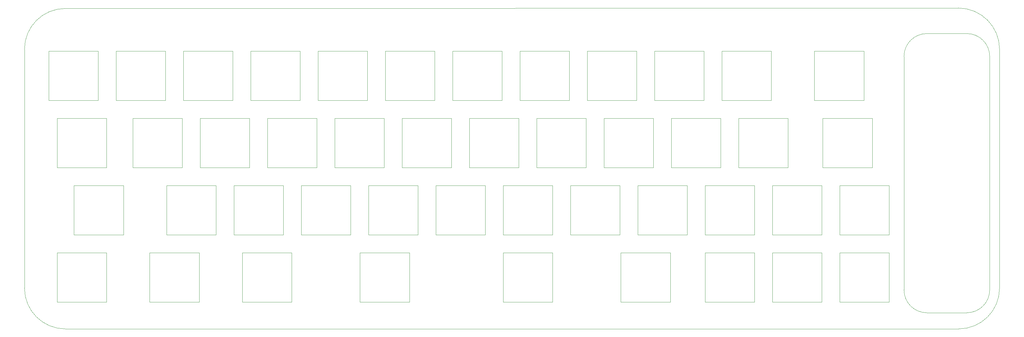
<source format=gm1>
G04 #@! TF.GenerationSoftware,KiCad,Pcbnew,(5.1.5)-3*
G04 #@! TF.CreationDate,2021-12-21T22:31:01-06:00*
G04 #@! TF.ProjectId,cuarenta,63756172-656e-4746-912e-6b696361645f,rev?*
G04 #@! TF.SameCoordinates,Original*
G04 #@! TF.FileFunction,Profile,NP*
%FSLAX46Y46*%
G04 Gerber Fmt 4.6, Leading zero omitted, Abs format (unit mm)*
G04 Created by KiCad (PCBNEW (5.1.5)-3) date 2021-12-21 22:31:01*
%MOMM*%
%LPD*%
G04 APERTURE LIST*
%ADD10C,0.050000*%
%ADD11C,0.120000*%
G04 APERTURE END LIST*
D10*
X293116000Y-25781000D02*
X281813000Y-25781000D01*
X293116000Y-25781000D02*
G75*
G02X299593000Y-32258000I0J-6477000D01*
G01*
X275336000Y-32258000D02*
G75*
G02X281813000Y-25781000I6477000J0D01*
G01*
X275336000Y-98425000D02*
X275336000Y-32258000D01*
X299593000Y-98425000D02*
X299593000Y-32258000D01*
X293116000Y-104902000D02*
X281813000Y-104902000D01*
X281813000Y-104902000D02*
G75*
G02X275336000Y-98425000I0J6477000D01*
G01*
X299593000Y-98425000D02*
G75*
G02X293116000Y-104902000I-6477000J0D01*
G01*
X290703000Y-18542000D02*
G75*
G02X302387000Y-30226000I0J-11684000D01*
G01*
X302387000Y-97917000D02*
G75*
G02X290830000Y-109474000I-11557000J0D01*
G01*
X37973000Y-109474000D02*
G75*
G02X26416000Y-97917000I0J11557000D01*
G01*
X26416000Y-30226000D02*
G75*
G02X37973000Y-18669000I11557000J0D01*
G01*
X26416000Y-97917000D02*
X26416000Y-30226000D01*
X302387000Y-97917000D02*
X302387000Y-30226000D01*
X290703000Y-18542000D02*
X37973000Y-18669000D01*
X290830000Y-109474000D02*
X37973000Y-109474000D01*
X71373990Y-44723310D02*
X85373990Y-44723310D01*
X71373990Y-30723310D02*
X71373990Y-44723310D01*
X85373990Y-30723310D02*
X71373990Y-30723310D01*
X85373990Y-44723310D02*
X85373990Y-30723310D01*
X52323990Y-44723310D02*
X66323990Y-44723310D01*
X52323990Y-30723310D02*
X52323990Y-44723310D01*
X66323990Y-30723310D02*
X52323990Y-30723310D01*
X66323990Y-44723310D02*
X66323990Y-30723310D01*
X33273990Y-44723310D02*
X47273990Y-44723310D01*
X33273990Y-30723310D02*
X33273990Y-44723310D01*
X47273990Y-30723310D02*
X33273990Y-30723310D01*
X47273990Y-44723310D02*
X47273990Y-30723310D01*
D11*
X71359000Y-44719000D02*
X71359000Y-30719000D01*
X71359000Y-30719000D02*
X85359000Y-30719000D01*
X85359000Y-30719000D02*
X85359000Y-44719000D01*
X85359000Y-44719000D02*
X71359000Y-44719000D01*
X52309000Y-44719000D02*
X52309000Y-30719000D01*
X52309000Y-30719000D02*
X66309000Y-30719000D01*
X66309000Y-30719000D02*
X66309000Y-44719000D01*
X66309000Y-44719000D02*
X52309000Y-44719000D01*
X33259000Y-44719000D02*
X33259000Y-30719000D01*
X33259000Y-30719000D02*
X47259000Y-30719000D01*
X47259000Y-30719000D02*
X47259000Y-44719000D01*
X47259000Y-44719000D02*
X33259000Y-44719000D01*
X35655000Y-101877000D02*
X35655000Y-87877000D01*
X35655000Y-87877000D02*
X49655000Y-87877000D01*
X49655000Y-87877000D02*
X49655000Y-101877000D01*
X49655000Y-101877000D02*
X35655000Y-101877000D01*
X61848750Y-101877000D02*
X61848750Y-87877000D01*
X61848750Y-87877000D02*
X75848750Y-87877000D01*
X75848750Y-87877000D02*
X75848750Y-101877000D01*
X75848750Y-101877000D02*
X61848750Y-101877000D01*
X88042500Y-101877000D02*
X88042500Y-87877000D01*
X88042500Y-87877000D02*
X102042500Y-87877000D01*
X102042500Y-87877000D02*
X102042500Y-101877000D01*
X102042500Y-101877000D02*
X88042500Y-101877000D01*
X121380000Y-101877000D02*
X121380000Y-87877000D01*
X121380000Y-87877000D02*
X135380000Y-87877000D01*
X135380000Y-87877000D02*
X135380000Y-101877000D01*
X135380000Y-101877000D02*
X121380000Y-101877000D01*
X161861250Y-101877000D02*
X161861250Y-87877000D01*
X161861250Y-87877000D02*
X175861250Y-87877000D01*
X175861250Y-87877000D02*
X175861250Y-101877000D01*
X175861250Y-101877000D02*
X161861250Y-101877000D01*
X195198750Y-101877000D02*
X195198750Y-87877000D01*
X195198750Y-87877000D02*
X209198750Y-87877000D01*
X209198750Y-87877000D02*
X209198750Y-101877000D01*
X209198750Y-101877000D02*
X195198750Y-101877000D01*
X219011250Y-101877000D02*
X219011250Y-87877000D01*
X219011250Y-87877000D02*
X233011250Y-87877000D01*
X233011250Y-87877000D02*
X233011250Y-101877000D01*
X233011250Y-101877000D02*
X219011250Y-101877000D01*
X238061250Y-101877000D02*
X238061250Y-87877000D01*
X238061250Y-87877000D02*
X252061250Y-87877000D01*
X252061250Y-87877000D02*
X252061250Y-101877000D01*
X252061250Y-101877000D02*
X238061250Y-101877000D01*
X257111250Y-101877000D02*
X257111250Y-87877000D01*
X257111250Y-87877000D02*
X271111250Y-87877000D01*
X271111250Y-87877000D02*
X271111250Y-101877000D01*
X271111250Y-101877000D02*
X257111250Y-101877000D01*
X257111250Y-82827000D02*
X257111250Y-68827000D01*
X257111250Y-68827000D02*
X271111250Y-68827000D01*
X271111250Y-68827000D02*
X271111250Y-82827000D01*
X271111250Y-82827000D02*
X257111250Y-82827000D01*
X238061250Y-82827000D02*
X238061250Y-68827000D01*
X238061250Y-68827000D02*
X252061250Y-68827000D01*
X252061250Y-68827000D02*
X252061250Y-82827000D01*
X252061250Y-82827000D02*
X238061250Y-82827000D01*
X219011250Y-82827000D02*
X219011250Y-68827000D01*
X219011250Y-68827000D02*
X233011250Y-68827000D01*
X233011250Y-68827000D02*
X233011250Y-82827000D01*
X233011250Y-82827000D02*
X219011250Y-82827000D01*
X199961250Y-82827000D02*
X199961250Y-68827000D01*
X199961250Y-68827000D02*
X213961250Y-68827000D01*
X213961250Y-68827000D02*
X213961250Y-82827000D01*
X213961250Y-82827000D02*
X199961250Y-82827000D01*
X180911250Y-82827000D02*
X180911250Y-68827000D01*
X180911250Y-68827000D02*
X194911250Y-68827000D01*
X194911250Y-68827000D02*
X194911250Y-82827000D01*
X194911250Y-82827000D02*
X180911250Y-82827000D01*
X161861250Y-82827000D02*
X161861250Y-68827000D01*
X161861250Y-68827000D02*
X175861250Y-68827000D01*
X175861250Y-68827000D02*
X175861250Y-82827000D01*
X175861250Y-82827000D02*
X161861250Y-82827000D01*
X142811250Y-82827000D02*
X142811250Y-68827000D01*
X142811250Y-68827000D02*
X156811250Y-68827000D01*
X156811250Y-68827000D02*
X156811250Y-82827000D01*
X156811250Y-82827000D02*
X142811250Y-82827000D01*
X123761250Y-82827000D02*
X123761250Y-68827000D01*
X123761250Y-68827000D02*
X137761250Y-68827000D01*
X137761250Y-68827000D02*
X137761250Y-82827000D01*
X137761250Y-82827000D02*
X123761250Y-82827000D01*
X104711250Y-82827000D02*
X104711250Y-68827000D01*
X104711250Y-68827000D02*
X118711250Y-68827000D01*
X118711250Y-68827000D02*
X118711250Y-82827000D01*
X118711250Y-82827000D02*
X104711250Y-82827000D01*
X85661250Y-82827000D02*
X85661250Y-68827000D01*
X85661250Y-68827000D02*
X99661250Y-68827000D01*
X99661250Y-68827000D02*
X99661250Y-82827000D01*
X99661250Y-82827000D02*
X85661250Y-82827000D01*
X66611250Y-82827000D02*
X66611250Y-68827000D01*
X66611250Y-68827000D02*
X80611250Y-68827000D01*
X80611250Y-68827000D02*
X80611250Y-82827000D01*
X80611250Y-82827000D02*
X66611250Y-82827000D01*
X40417500Y-82827000D02*
X40417500Y-68827000D01*
X40417500Y-68827000D02*
X54417500Y-68827000D01*
X54417500Y-68827000D02*
X54417500Y-82827000D01*
X54417500Y-82827000D02*
X40417500Y-82827000D01*
X35655000Y-63777000D02*
X35655000Y-49777000D01*
X35655000Y-49777000D02*
X49655000Y-49777000D01*
X49655000Y-49777000D02*
X49655000Y-63777000D01*
X49655000Y-63777000D02*
X35655000Y-63777000D01*
X57086250Y-63777000D02*
X57086250Y-49777000D01*
X57086250Y-49777000D02*
X71086250Y-49777000D01*
X71086250Y-49777000D02*
X71086250Y-63777000D01*
X71086250Y-63777000D02*
X57086250Y-63777000D01*
X76136250Y-63777000D02*
X76136250Y-49777000D01*
X76136250Y-49777000D02*
X90136250Y-49777000D01*
X90136250Y-49777000D02*
X90136250Y-63777000D01*
X90136250Y-63777000D02*
X76136250Y-63777000D01*
X95186250Y-63777000D02*
X95186250Y-49777000D01*
X95186250Y-49777000D02*
X109186250Y-49777000D01*
X109186250Y-49777000D02*
X109186250Y-63777000D01*
X109186250Y-63777000D02*
X95186250Y-63777000D01*
X114236250Y-63777000D02*
X114236250Y-49777000D01*
X114236250Y-49777000D02*
X128236250Y-49777000D01*
X128236250Y-49777000D02*
X128236250Y-63777000D01*
X128236250Y-63777000D02*
X114236250Y-63777000D01*
X133286250Y-63777000D02*
X133286250Y-49777000D01*
X133286250Y-49777000D02*
X147286250Y-49777000D01*
X147286250Y-49777000D02*
X147286250Y-63777000D01*
X147286250Y-63777000D02*
X133286250Y-63777000D01*
X152336250Y-63777000D02*
X152336250Y-49777000D01*
X152336250Y-49777000D02*
X166336250Y-49777000D01*
X166336250Y-49777000D02*
X166336250Y-63777000D01*
X166336250Y-63777000D02*
X152336250Y-63777000D01*
X171386250Y-63777000D02*
X171386250Y-49777000D01*
X171386250Y-49777000D02*
X185386250Y-49777000D01*
X185386250Y-49777000D02*
X185386250Y-63777000D01*
X185386250Y-63777000D02*
X171386250Y-63777000D01*
X190436250Y-63777000D02*
X190436250Y-49777000D01*
X190436250Y-49777000D02*
X204436250Y-49777000D01*
X204436250Y-49777000D02*
X204436250Y-63777000D01*
X204436250Y-63777000D02*
X190436250Y-63777000D01*
X209486250Y-63777000D02*
X209486250Y-49777000D01*
X209486250Y-49777000D02*
X223486250Y-49777000D01*
X223486250Y-49777000D02*
X223486250Y-63777000D01*
X223486250Y-63777000D02*
X209486250Y-63777000D01*
X228536250Y-63777000D02*
X228536250Y-49777000D01*
X228536250Y-49777000D02*
X242536250Y-49777000D01*
X242536250Y-49777000D02*
X242536250Y-63777000D01*
X242536250Y-63777000D02*
X228536250Y-63777000D01*
X252348750Y-63777000D02*
X252348750Y-49777000D01*
X252348750Y-49777000D02*
X266348750Y-49777000D01*
X266348750Y-49777000D02*
X266348750Y-63777000D01*
X266348750Y-63777000D02*
X252348750Y-63777000D01*
X249967500Y-44727000D02*
X249967500Y-30727000D01*
X249967500Y-30727000D02*
X263967500Y-30727000D01*
X263967500Y-30727000D02*
X263967500Y-44727000D01*
X263967500Y-44727000D02*
X249967500Y-44727000D01*
X223773750Y-44727000D02*
X223773750Y-30727000D01*
X223773750Y-30727000D02*
X237773750Y-30727000D01*
X237773750Y-30727000D02*
X237773750Y-44727000D01*
X237773750Y-44727000D02*
X223773750Y-44727000D01*
X204723750Y-44727000D02*
X204723750Y-30727000D01*
X204723750Y-30727000D02*
X218723750Y-30727000D01*
X218723750Y-30727000D02*
X218723750Y-44727000D01*
X218723750Y-44727000D02*
X204723750Y-44727000D01*
X185673750Y-44727000D02*
X185673750Y-30727000D01*
X185673750Y-30727000D02*
X199673750Y-30727000D01*
X199673750Y-30727000D02*
X199673750Y-44727000D01*
X199673750Y-44727000D02*
X185673750Y-44727000D01*
X90423750Y-44727000D02*
X90423750Y-30727000D01*
X90423750Y-30727000D02*
X104423750Y-30727000D01*
X104423750Y-30727000D02*
X104423750Y-44727000D01*
X104423750Y-44727000D02*
X90423750Y-44727000D01*
X109473750Y-44727000D02*
X109473750Y-30727000D01*
X109473750Y-30727000D02*
X123473750Y-30727000D01*
X123473750Y-30727000D02*
X123473750Y-44727000D01*
X123473750Y-44727000D02*
X109473750Y-44727000D01*
X128523750Y-44727000D02*
X128523750Y-30727000D01*
X128523750Y-30727000D02*
X142523750Y-30727000D01*
X142523750Y-30727000D02*
X142523750Y-44727000D01*
X142523750Y-44727000D02*
X128523750Y-44727000D01*
X147573750Y-44727000D02*
X147573750Y-30727000D01*
X147573750Y-30727000D02*
X161573750Y-30727000D01*
X161573750Y-30727000D02*
X161573750Y-44727000D01*
X161573750Y-44727000D02*
X147573750Y-44727000D01*
X166623750Y-44727000D02*
X166623750Y-30727000D01*
X166623750Y-30727000D02*
X180623750Y-30727000D01*
X180623750Y-30727000D02*
X180623750Y-44727000D01*
X180623750Y-44727000D02*
X166623750Y-44727000D01*
X147573750Y-44727000D02*
X147573750Y-30727000D01*
X147573750Y-30727000D02*
X161573750Y-30727000D01*
X161573750Y-30727000D02*
X161573750Y-44727000D01*
X161573750Y-44727000D02*
X147573750Y-44727000D01*
X128523750Y-44727000D02*
X128523750Y-30727000D01*
X128523750Y-30727000D02*
X142523750Y-30727000D01*
X142523750Y-30727000D02*
X142523750Y-44727000D01*
X142523750Y-44727000D02*
X128523750Y-44727000D01*
X109473750Y-44727000D02*
X109473750Y-30727000D01*
X109473750Y-30727000D02*
X123473750Y-30727000D01*
X123473750Y-30727000D02*
X123473750Y-44727000D01*
X123473750Y-44727000D02*
X109473750Y-44727000D01*
X90423750Y-44727000D02*
X90423750Y-30727000D01*
X90423750Y-30727000D02*
X104423750Y-30727000D01*
X104423750Y-30727000D02*
X104423750Y-44727000D01*
X104423750Y-44727000D02*
X90423750Y-44727000D01*
X52309000Y-44719000D02*
X52309000Y-30719000D01*
X52309000Y-30719000D02*
X66309000Y-30719000D01*
X66309000Y-30719000D02*
X66309000Y-44719000D01*
X66309000Y-44719000D02*
X52309000Y-44719000D01*
M02*

</source>
